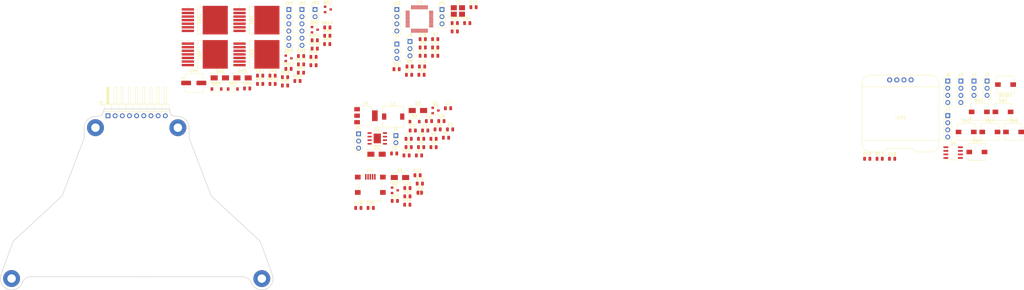
<source format=kicad_pcb>
(kicad_pcb (version 20171130) (host pcbnew "(5.1.5)-3")
  (layers (0 F.Cu signal) (31 B.Cu signal) (34 B.Paste user hide) (35 F.Paste user hide) (36 B.SilkS user) (37 F.SilkS user) (38 B.Mask user hide) (39 F.Mask user hide) (44 Edge.Cuts user))
  (net 0 "")
  (net 1 GND)
  (net 2 "Net-(C1-Pad1)")
  (net 3 /3.3V)
  (net 4 "/Power Supply/Vin")
  (net 5 "Net-(C6-Pad2)")
  (net 6 "Net-(C6-Pad1)")
  (net 7 /5V)
  (net 8 "Net-(C9-Pad1)")
  (net 9 "Net-(C10-Pad1)")
  (net 10 "Net-(C11-Pad2)")
  (net 11 "Net-(C12-Pad2)")
  (net 12 /RESET)
  (net 13 /3.3VDD)
  (net 14 /3.3VDA)
  (net 15 /USBDP)
  (net 16 /USBDM)
  (net 17 "Net-(C21-Pad2)")
  (net 18 "/Motor Driver+Extinguisher/VS")
  (net 19 /12V)
  (net 20 "Net-(D2-Pad2)")
  (net 21 "Net-(D4-Pad2)")
  (net 22 "Net-(DM1-Pad2)")
  (net 23 "Net-(DM2-Pad1)")
  (net 24 "Net-(DM4-Pad2)")
  (net 25 "Net-(FB2-Pad1)")
  (net 26 "Net-(FB5-Pad2)")
  (net 27 "Net-(J1-Pad2)")
  (net 28 /BUTTON4)
  (net 29 /BUTTON5)
  (net 30 /BUTTON6)
  (net 31 /BUTTON3)
  (net 32 /BUTTON2)
  (net 33 /BUTTON1)
  (net 34 /SDA)
  (net 35 /SCL)
  (net 36 /SERVO1)
  (net 37 /SERVO2)
  (net 38 /AIN2)
  (net 39 /AIN1)
  (net 40 /S3)
  (net 41 /S2)
  (net 42 /S1)
  (net 43 /PWM_LED)
  (net 44 /RX1)
  (net 45 /TX1)
  (net 46 "Net-(J11-Pad4)")
  (net 47 "Net-(J11-Pad3)")
  (net 48 "Net-(J11-Pad2)")
  (net 49 "Net-(JM1-Pad6)")
  (net 50 "Net-(JM1-Pad5)")
  (net 51 /ENC1_L)
  (net 52 /ENC2_L)
  (net 53 "Net-(JM3-Pad6)")
  (net 54 "Net-(JM3-Pad5)")
  (net 55 /ENC1_R)
  (net 56 /ENC2_R)
  (net 57 "Net-(JP1-Pad2)")
  (net 58 "Net-(JP2-Pad1)")
  (net 59 "Net-(Q2-Pad3)")
  (net 60 "Net-(Q2-Pad1)")
  (net 61 "Net-(QM1-Pad1)")
  (net 62 "Net-(R2-Pad1)")
  (net 63 "Net-(R4-Pad2)")
  (net 64 "Net-(R5-Pad2)")
  (net 65 /LED)
  (net 66 /BOOT1)
  (net 67 /BOOT0)
  (net 68 /DISC)
  (net 69 /PWML)
  (net 70 "Net-(RM1-Pad1)")
  (net 71 "Net-(RM2-Pad1)")
  (net 72 "Net-(RM3-Pad1)")
  (net 73 /PWM_EXT)
  (net 74 /DIRL)
  (net 75 "Net-(RM6-Pad1)")
  (net 76 "Net-(RM7-Pad1)")
  (net 77 "Net-(RM8-Pad1)")
  (net 78 /PWMR)
  (net 79 "Net-(RM10-Pad1)")
  (net 80 "Net-(RM11-Pad1)")
  (net 81 "Net-(RM12-Pad1)")
  (net 82 /DIRR)
  (net 83 "Net-(RM13-Pad1)")
  (net 84 "Net-(RM14-Pad1)")
  (net 85 "Net-(RM15-Pad1)")
  (net 86 "Net-(S1-Pad1)")
  (net 87 "Net-(U3-Pad34)")
  (net 88 "Net-(U3-Pad25)")
  (net 89 "Net-(U3-Pad18)")
  (net 90 "Net-(U3-Pad1)")
  (net 91 "Net-(U4-Pad3)")
  (net 92 "Net-(UM1-Pad6)")
  (net 93 "Net-(UM2-Pad6)")
  (net 94 "Net-(UM3-Pad6)")
  (net 95 "Net-(UM4-Pad6)")
  (module Inductor_SMD:L_7.3x7.3_H3.5 (layer F.Cu) (at 185.855001 105.280001)
    (fp_text reference L1 (at 0 -4.45) (layer F.SilkS))
    (fp_text value 10uH/4A)
    (pad 2 smd rect (at 3.2 0) (size 1.5 2.2) (layers F.Cu F.Paste F.Mask) (net 7 /5V))
    (pad 1 smd rect (at -3.2 0) (size 1.5 2.2) (layers F.Cu F.Paste F.Mask) (net 5 "Net-(C6-Pad2)"))
  )
  (module "Kicad Library:switch_slide_2.54" (layer F.Cu) (at 173.605001 111.430001)
    (fp_text reference S1 (at 0 -2.33) (layer F.SilkS))
    (fp_text value ON-OFF)
    (pad 1 thru_hole rect (at 0 0) (size 1.7 1.7) (drill 1) (layers *.Cu *.Mask) (net 86 "Net-(S1-Pad1)"))
    (pad 2 thru_hole oval (at 0 2.54) (size 1.7 1.7) (drill 1) (layers *.Cu *.Mask) (net 27 "Net-(J1-Pad2)"))
    (pad 3 thru_hole oval (at 0 5.08) (size 1.7 1.7) (drill 1) (layers *.Cu *.Mask) (net 19 /12V))
  )
  (module "Kicad Library:OLED_I2C_128x64" (layer F.Cu) (at 361.775 92.325)
    (fp_text reference LCD1 (at 3.9 13.3) (layer F.SilkS))
    (fp_text value LCD)
    (pad 4 thru_hole circle (at 7.62 -0.05 180) (size 1.778 1.778) (drill 1) (layers *.Cu *.Mask) (net 34 /SDA))
    (pad 3 thru_hole circle (at 5.08 -0.05 180) (size 1.778 1.778) (drill 1) (layers *.Cu *.Mask) (net 35 /SCL))
    (pad 2 thru_hole circle (at 2.54 -0.05 180) (size 1.778 1.778) (drill 1) (layers *.Cu *.Mask) (net 13 /3.3VDD))
    (pad 1 thru_hole circle (at 0 -0.05 270) (size 1.778 1.778) (drill 1) (layers *.Cu *.Mask) (net 1 GND))
    (pad "" np_thru_hole circle (at -7.4 23.6) (size 2 2) (drill 2) (layers *.Cu *.Mask))
    (pad "" np_thru_hole circle (at 15.1 23.6) (size 2 2) (drill 2) (layers *.Cu *.Mask))
  )
  (module Crystal:Crystal_SMD_3225-4Pin_3.2x2.5mm_HandSoldering (layer F.Cu) (at 208.795001 67.800001)
    (fp_text reference Y1 (at 0 -3.05) (layer F.SilkS))
    (fp_text value 8MHz/20pF)
    (pad 4 smd rect (at -1.45 -1.15) (size 2.1 1.8) (layers F.Cu F.Paste F.Mask) (net 1 GND))
    (pad 3 smd rect (at 1.45 -1.15) (size 2.1 1.8) (layers F.Cu F.Paste F.Mask) (net 10 "Net-(C11-Pad2)"))
    (pad 2 smd rect (at 1.45 1.15) (size 2.1 1.8) (layers F.Cu F.Paste F.Mask) (net 1 GND))
    (pad 1 smd rect (at -1.45 1.15) (size 2.1 1.8) (layers F.Cu F.Paste F.Mask) (net 11 "Net-(C12-Pad2)"))
  )
  (module "Kicad Library:Infineon-BTS7960B-Level_A" (layer F.Cu) (at 119.099999 71.050001)
    (fp_text reference UM4 (at -1.624999 1.174999 90) (layer F.SilkS) (effects (justify left)))
    (fp_text value BTS7960B hide)
    (pad 8 smd rect (at 3.700001 0 270) (size 10.15 8.9) (layers F.Cu F.Paste F.Mask) (net 54 "Net-(JM3-Pad5)"))
    (pad 7 smd rect (at -5.999998 3.81 270) (size 0.850001 4.349999) (layers F.Cu F.Paste F.Mask) (net 18 "/Motor Driver+Extinguisher/VS"))
    (pad 6 smd rect (at -5.999998 2.54 270) (size 0.850001 4.349999) (layers F.Cu F.Paste F.Mask) (net 95 "Net-(UM4-Pad6)"))
    (pad 5 smd rect (at -5.999998 1.27 270) (size 0.850001 4.349999) (layers F.Cu F.Paste F.Mask) (net 85 "Net-(RM15-Pad1)"))
    (pad 4 smd rect (at -5.999998 -0.000001 270) (size 0.850001 4.349999) (layers F.Cu F.Paste F.Mask) (net 54 "Net-(JM3-Pad5)"))
    (pad 3 smd rect (at -5.999998 -1.27 270) (size 0.850001 4.349999) (layers F.Cu F.Paste F.Mask) (net 84 "Net-(RM14-Pad1)"))
    (pad 2 smd rect (at -5.999998 -2.54 270) (size 0.850001 4.349999) (layers F.Cu F.Paste F.Mask) (net 83 "Net-(RM13-Pad1)"))
    (pad 1 smd rect (at -5.999998 -3.81 270) (size 0.850001 4.349999) (layers F.Cu F.Paste F.Mask) (net 1 GND))
  )
  (module "Kicad Library:Infineon-BTS7960B-Level_A" (layer F.Cu) (at 137.399999 83.200001)
    (fp_text reference UM3 (at -1.624999 1.574999 270) (layer F.SilkS) (effects (justify left)))
    (fp_text value BTS7960B hide)
    (pad 8 smd rect (at 3.700001 0 270) (size 10.15 8.9) (layers F.Cu F.Paste F.Mask) (net 53 "Net-(JM3-Pad6)"))
    (pad 7 smd rect (at -5.999998 3.81 270) (size 0.850001 4.349999) (layers F.Cu F.Paste F.Mask) (net 18 "/Motor Driver+Extinguisher/VS"))
    (pad 6 smd rect (at -5.999998 2.54 270) (size 0.850001 4.349999) (layers F.Cu F.Paste F.Mask) (net 94 "Net-(UM3-Pad6)"))
    (pad 5 smd rect (at -5.999998 1.27 270) (size 0.850001 4.349999) (layers F.Cu F.Paste F.Mask) (net 81 "Net-(RM12-Pad1)"))
    (pad 4 smd rect (at -5.999998 -0.000001 270) (size 0.850001 4.349999) (layers F.Cu F.Paste F.Mask) (net 53 "Net-(JM3-Pad6)"))
    (pad 3 smd rect (at -5.999998 -1.27 270) (size 0.850001 4.349999) (layers F.Cu F.Paste F.Mask) (net 80 "Net-(RM11-Pad1)"))
    (pad 2 smd rect (at -5.999998 -2.54 270) (size 0.850001 4.349999) (layers F.Cu F.Paste F.Mask) (net 79 "Net-(RM10-Pad1)"))
    (pad 1 smd rect (at -5.999998 -3.81 270) (size 0.850001 4.349999) (layers F.Cu F.Paste F.Mask) (net 1 GND))
  )
  (module "Kicad Library:Infineon-BTS7960B-Level_A" (layer F.Cu) (at 137.399999 71.050001)
    (fp_text reference UM2 (at -1.674999 1.599999 90) (layer F.SilkS) (effects (justify left)))
    (fp_text value BTS7960B hide)
    (pad 8 smd rect (at 3.700001 0 270) (size 10.15 8.9) (layers F.Cu F.Paste F.Mask) (net 49 "Net-(JM1-Pad6)"))
    (pad 7 smd rect (at -5.999998 3.81 270) (size 0.850001 4.349999) (layers F.Cu F.Paste F.Mask) (net 18 "/Motor Driver+Extinguisher/VS"))
    (pad 6 smd rect (at -5.999998 2.54 270) (size 0.850001 4.349999) (layers F.Cu F.Paste F.Mask) (net 93 "Net-(UM2-Pad6)"))
    (pad 5 smd rect (at -5.999998 1.27 270) (size 0.850001 4.349999) (layers F.Cu F.Paste F.Mask) (net 77 "Net-(RM8-Pad1)"))
    (pad 4 smd rect (at -5.999998 -0.000001 270) (size 0.850001 4.349999) (layers F.Cu F.Paste F.Mask) (net 49 "Net-(JM1-Pad6)"))
    (pad 3 smd rect (at -5.999998 -1.27 270) (size 0.850001 4.349999) (layers F.Cu F.Paste F.Mask) (net 76 "Net-(RM7-Pad1)"))
    (pad 2 smd rect (at -5.999998 -2.54 270) (size 0.850001 4.349999) (layers F.Cu F.Paste F.Mask) (net 75 "Net-(RM6-Pad1)"))
    (pad 1 smd rect (at -5.999998 -3.81 270) (size 0.850001 4.349999) (layers F.Cu F.Paste F.Mask) (net 1 GND))
  )
  (module "Kicad Library:Infineon-BTS7960B-Level_A" (layer F.Cu) (at 119.099999 83.200001)
    (fp_text reference UM1 (at -1.649999 1.674999 90) (layer F.SilkS) (effects (justify left)))
    (fp_text value BTS7960B hide)
    (pad 8 smd rect (at 3.700001 0 270) (size 10.15 8.9) (layers F.Cu F.Paste F.Mask) (net 50 "Net-(JM1-Pad5)"))
    (pad 7 smd rect (at -5.999998 3.81 270) (size 0.850001 4.349999) (layers F.Cu F.Paste F.Mask) (net 18 "/Motor Driver+Extinguisher/VS"))
    (pad 6 smd rect (at -5.999998 2.54 270) (size 0.850001 4.349999) (layers F.Cu F.Paste F.Mask) (net 92 "Net-(UM1-Pad6)"))
    (pad 5 smd rect (at -5.999998 1.27 270) (size 0.850001 4.349999) (layers F.Cu F.Paste F.Mask) (net 72 "Net-(RM3-Pad1)"))
    (pad 4 smd rect (at -5.999998 -0.000001 270) (size 0.850001 4.349999) (layers F.Cu F.Paste F.Mask) (net 50 "Net-(JM1-Pad5)"))
    (pad 3 smd rect (at -5.999998 -1.27 270) (size 0.850001 4.349999) (layers F.Cu F.Paste F.Mask) (net 71 "Net-(RM2-Pad1)"))
    (pad 2 smd rect (at -5.999998 -2.54 270) (size 0.850001 4.349999) (layers F.Cu F.Paste F.Mask) (net 70 "Net-(RM1-Pad1)"))
    (pad 1 smd rect (at -5.999998 -3.81 270) (size 0.850001 4.349999) (layers F.Cu F.Paste F.Mask) (net 1 GND))
  )
  (module Package_SO:SO-8_3.9x4.9mm_P1.27mm (layer F.Cu) (at 384.270001 118.080001)
    (fp_text reference U4 (at 0 -3.4) (layer F.SilkS))
    (fp_text value 24LC256)
    (pad 8 smd roundrect (at 2.575 -1.905) (size 1.75 0.6) (layers F.Cu F.Paste F.Mask) (net 13 /3.3VDD))
    (pad 7 smd roundrect (at 2.575 -0.635) (size 1.75 0.6) (layers F.Cu F.Paste F.Mask) (net 1 GND))
    (pad 6 smd roundrect (at 2.575 0.635) (size 1.75 0.6) (layers F.Cu F.Paste F.Mask) (net 35 /SCL))
    (pad 5 smd roundrect (at 2.575 1.905) (size 1.75 0.6) (layers F.Cu F.Paste F.Mask) (net 34 /SDA))
    (pad 4 smd roundrect (at -2.575 1.905) (size 1.75 0.6) (layers F.Cu F.Paste F.Mask) (net 1 GND))
    (pad 3 smd roundrect (at -2.575 0.635) (size 1.75 0.6) (layers F.Cu F.Paste F.Mask) (net 91 "Net-(U4-Pad3)"))
    (pad 2 smd roundrect (at -2.575 -0.635) (size 1.75 0.6) (layers F.Cu F.Paste F.Mask) (net 1 GND))
    (pad 1 smd roundrect (at -2.575 -1.905) (size 1.75 0.6) (layers F.Cu F.Paste F.Mask) (net 1 GND))
  )
  (module Package_QFP:LQFP-48_7x7mm_P0.5mm (layer F.Cu) (at 195.145001 70.650001)
    (fp_text reference U3 (at 0 -5.85) (layer F.SilkS))
    (fp_text value STM32F103CBTx)
    (pad 48 smd roundrect (at -2.75 -4.1625) (size 0.3 1.475) (layers F.Cu F.Paste F.Mask) (net 13 /3.3VDD))
    (pad 47 smd roundrect (at -2.25 -4.1625) (size 0.3 1.475) (layers F.Cu F.Paste F.Mask) (net 1 GND))
    (pad 46 smd roundrect (at -1.75 -4.1625) (size 0.3 1.475) (layers F.Cu F.Paste F.Mask) (net 68 /DISC))
    (pad 45 smd roundrect (at -1.25 -4.1625) (size 0.3 1.475) (layers F.Cu F.Paste F.Mask) (net 82 /DIRR))
    (pad 44 smd roundrect (at -0.75 -4.1625) (size 0.3 1.475) (layers F.Cu F.Paste F.Mask) (net 67 /BOOT0))
    (pad 43 smd roundrect (at -0.25 -4.1625) (size 0.3 1.475) (layers F.Cu F.Paste F.Mask) (net 78 /PWMR))
    (pad 42 smd roundrect (at 0.25 -4.1625) (size 0.3 1.475) (layers F.Cu F.Paste F.Mask) (net 69 /PWML))
    (pad 41 smd roundrect (at 0.75 -4.1625) (size 0.3 1.475) (layers F.Cu F.Paste F.Mask) (net 74 /DIRL))
    (pad 40 smd roundrect (at 1.25 -4.1625) (size 0.3 1.475) (layers F.Cu F.Paste F.Mask) (net 55 /ENC1_R))
    (pad 39 smd roundrect (at 1.75 -4.1625) (size 0.3 1.475) (layers F.Cu F.Paste F.Mask) (net 56 /ENC2_R))
    (pad 38 smd roundrect (at 2.25 -4.1625) (size 0.3 1.475) (layers F.Cu F.Paste F.Mask) (net 51 /ENC1_L))
    (pad 37 smd roundrect (at 2.75 -4.1625) (size 0.3 1.475) (layers F.Cu F.Paste F.Mask) (net 52 /ENC2_L))
    (pad 36 smd roundrect (at 4.1625 -2.75) (size 1.475 0.3) (layers F.Cu F.Paste F.Mask) (net 13 /3.3VDD))
    (pad 35 smd roundrect (at 4.1625 -2.25) (size 1.475 0.3) (layers F.Cu F.Paste F.Mask) (net 1 GND))
    (pad 34 smd roundrect (at 4.1625 -1.75) (size 1.475 0.3) (layers F.Cu F.Paste F.Mask) (net 87 "Net-(U3-Pad34)"))
    (pad 33 smd roundrect (at 4.1625 -1.25) (size 1.475 0.3) (layers F.Cu F.Paste F.Mask) (net 15 /USBDP))
    (pad 32 smd roundrect (at 4.1625 -0.75) (size 1.475 0.3) (layers F.Cu F.Paste F.Mask) (net 16 /USBDM))
    (pad 31 smd roundrect (at 4.1625 -0.25) (size 1.475 0.3) (layers F.Cu F.Paste F.Mask) (net 44 /RX1))
    (pad 30 smd roundrect (at 4.1625 0.25) (size 1.475 0.3) (layers F.Cu F.Paste F.Mask) (net 45 /TX1))
    (pad 29 smd roundrect (at 4.1625 0.75) (size 1.475 0.3) (layers F.Cu F.Paste F.Mask) (net 73 /PWM_EXT))
    (pad 28 smd roundrect (at 4.1625 1.25) (size 1.475 0.3) (layers F.Cu F.Paste F.Mask) (net 30 /BUTTON6))
    (pad 27 smd roundrect (at 4.1625 1.75) (size 1.475 0.3) (layers F.Cu F.Paste F.Mask) (net 29 /BUTTON5))
    (pad 26 smd roundrect (at 4.1625 2.25) (size 1.475 0.3) (layers F.Cu F.Paste F.Mask) (net 28 /BUTTON4))
    (pad 25 smd roundrect (at 4.1625 2.75) (size 1.475 0.3) (layers F.Cu F.Paste F.Mask) (net 88 "Net-(U3-Pad25)"))
    (pad 24 smd roundrect (at 2.75 4.1625) (size 0.3 1.475) (layers F.Cu F.Paste F.Mask) (net 13 /3.3VDD))
    (pad 23 smd roundrect (at 2.25 4.1625) (size 0.3 1.475) (layers F.Cu F.Paste F.Mask) (net 1 GND))
    (pad 22 smd roundrect (at 1.75 4.1625) (size 0.3 1.475) (layers F.Cu F.Paste F.Mask) (net 34 /SDA))
    (pad 21 smd roundrect (at 1.25 4.1625) (size 0.3 1.475) (layers F.Cu F.Paste F.Mask) (net 35 /SCL))
    (pad 20 smd roundrect (at 0.75 4.1625) (size 0.3 1.475) (layers F.Cu F.Paste F.Mask) (net 66 /BOOT1))
    (pad 19 smd roundrect (at 0.25 4.1625) (size 0.3 1.475) (layers F.Cu F.Paste F.Mask) (net 65 /LED))
    (pad 18 smd roundrect (at -0.25 4.1625) (size 0.3 1.475) (layers F.Cu F.Paste F.Mask) (net 89 "Net-(U3-Pad18)"))
    (pad 17 smd roundrect (at -0.75 4.1625) (size 0.3 1.475) (layers F.Cu F.Paste F.Mask) (net 37 /SERVO2))
    (pad 16 smd roundrect (at -1.25 4.1625) (size 0.3 1.475) (layers F.Cu F.Paste F.Mask) (net 36 /SERVO1))
    (pad 15 smd roundrect (at -1.75 4.1625) (size 0.3 1.475) (layers F.Cu F.Paste F.Mask) (net 38 /AIN2))
    (pad 14 smd roundrect (at -2.25 4.1625) (size 0.3 1.475) (layers F.Cu F.Paste F.Mask) (net 39 /AIN1))
    (pad 13 smd roundrect (at -2.75 4.1625) (size 0.3 1.475) (layers F.Cu F.Paste F.Mask) (net 40 /S3))
    (pad 12 smd roundrect (at -4.1625 2.75) (size 1.475 0.3) (layers F.Cu F.Paste F.Mask) (net 41 /S2))
    (pad 11 smd roundrect (at -4.1625 2.25) (size 1.475 0.3) (layers F.Cu F.Paste F.Mask) (net 42 /S1))
    (pad 10 smd roundrect (at -4.1625 1.75) (size 1.475 0.3) (layers F.Cu F.Paste F.Mask) (net 43 /PWM_LED))
    (pad 9 smd roundrect (at -4.1625 1.25) (size 1.475 0.3) (layers F.Cu F.Paste F.Mask) (net 14 /3.3VDA))
    (pad 8 smd roundrect (at -4.1625 0.75) (size 1.475 0.3) (layers F.Cu F.Paste F.Mask) (net 1 GND))
    (pad 7 smd roundrect (at -4.1625 0.25) (size 1.475 0.3) (layers F.Cu F.Paste F.Mask) (net 12 /RESET))
    (pad 6 smd roundrect (at -4.1625 -0.25) (size 1.475 0.3) (layers F.Cu F.Paste F.Mask) (net 10 "Net-(C11-Pad2)"))
    (pad 5 smd roundrect (at -4.1625 -0.75) (size 1.475 0.3) (layers F.Cu F.Paste F.Mask) (net 11 "Net-(C12-Pad2)"))
    (pad 4 smd roundrect (at -4.1625 -1.25) (size 1.475 0.3) (layers F.Cu F.Paste F.Mask) (net 33 /BUTTON1))
    (pad 3 smd roundrect (at -4.1625 -1.75) (size 1.475 0.3) (layers F.Cu F.Paste F.Mask) (net 32 /BUTTON2))
    (pad 2 smd roundrect (at -4.1625 -2.25) (size 1.475 0.3) (layers F.Cu F.Paste F.Mask) (net 31 /BUTTON3))
    (pad 1 smd roundrect (at -4.1625 -2.75) (size 1.475 0.3) (layers F.Cu F.Paste F.Mask) (net 90 "Net-(U3-Pad1)"))
  )
  (module "Kicad Library:MP2307" (layer F.Cu) (at 180.209 113.037101)
    (fp_text reference U2 (at 0 -3.537101) (layer F.SilkS))
    (fp_text value MP2307 hide)
    (pad EPAD smd rect (at 0 0) (size 2.5654 3.4544) (layers F.Cu F.Paste F.Mask) (net 1 GND))
    (pad 8 smd rect (at 2.721348 -1.905) (size 1.454899 0.558) (layers F.Cu F.Paste F.Mask) (net 8 "Net-(C9-Pad1)"))
    (pad 7 smd rect (at 2.721348 -0.635) (size 1.454899 0.558) (layers F.Cu F.Paste F.Mask) (net 62 "Net-(R2-Pad1)"))
    (pad 6 smd rect (at 2.721348 0.635) (size 1.454899 0.558) (layers F.Cu F.Paste F.Mask) (net 63 "Net-(R4-Pad2)"))
    (pad 5 smd rect (at 2.721348 1.905) (size 1.454899 0.558) (layers F.Cu F.Paste F.Mask) (net 64 "Net-(R5-Pad2)"))
    (pad 4 smd rect (at -2.721348 1.905) (size 1.454899 0.558) (layers F.Cu F.Paste F.Mask) (net 1 GND))
    (pad 3 smd rect (at -2.721348 0.635) (size 1.454899 0.558) (layers F.Cu F.Paste F.Mask) (net 5 "Net-(C6-Pad2)"))
    (pad 2 smd rect (at -2.721348 -0.635) (size 1.454899 0.558) (layers F.Cu F.Paste F.Mask) (net 4 "/Power Supply/Vin"))
    (pad 1 smd rect (at -2.721348 -1.905) (size 1.454899 0.558) (layers F.Cu F.Paste F.Mask) (net 6 "Net-(C6-Pad1)"))
  )
  (module Package_TO_SOT_SMD:SOT-223-3_TabPin2 (layer F.Cu) (at 176.205001 104.980001)
    (fp_text reference U1 (at 0 -4.5) (layer F.SilkS))
    (fp_text value LD1117S33TR)
    (pad 1 smd rect (at -3.15 -2.3) (size 2 1.5) (layers F.Cu F.Paste F.Mask) (net 1 GND))
    (pad 3 smd rect (at -3.15 2.3) (size 2 1.5) (layers F.Cu F.Paste F.Mask) (net 2 "Net-(C1-Pad1)"))
    (pad 2 smd rect (at -3.15 0) (size 2 1.5) (layers F.Cu F.Paste F.Mask) (net 3 /3.3V))
    (pad 2 smd rect (at 3.15 0) (size 2 3.8) (layers F.Cu F.Paste F.Mask) (net 3 /3.3V))
  )
  (module "Kicad Library:Push_button_silicon_mute" (layer F.Cu) (at 405.695 110.735001)
    (fp_text reference SW6 (at 0 -4) (layer F.SilkS))
    (fp_text value B6)
    (pad 1 smd rect (at -2.7 0) (size 2 1.6) (layers F.Cu F.Paste F.Mask) (net 30 /BUTTON6))
    (pad 2 smd rect (at 2.7 0) (size 2 1.6) (layers F.Cu F.Paste F.Mask) (net 1 GND))
  )
  (module "Kicad Library:Push_button_silicon_mute" (layer F.Cu) (at 392.695 117.855001)
    (fp_text reference SW5 (at 0 -4) (layer F.SilkS))
    (fp_text value B5)
    (pad 1 smd rect (at -2.7 0) (size 2 1.6) (layers F.Cu F.Paste F.Mask) (net 29 /BUTTON5))
    (pad 2 smd rect (at 2.7 0) (size 2 1.6) (layers F.Cu F.Paste F.Mask) (net 1 GND))
  )
  (module "Kicad Library:Push_button_silicon_mute" (layer F.Cu) (at 397.295 110.735001)
    (fp_text reference SW4 (at 0 -4) (layer F.SilkS))
    (fp_text value B4)
    (pad 1 smd rect (at -2.7 0) (size 2 1.6) (layers F.Cu F.Paste F.Mask) (net 28 /BUTTON4))
    (pad 2 smd rect (at 2.7 0) (size 2 1.6) (layers F.Cu F.Paste F.Mask) (net 1 GND))
  )
  (module "Kicad Library:Push_button_silicon_mute" (layer F.Cu) (at 388.895 110.735001)
    (fp_text reference SW3 (at 0 -4) (layer F.SilkS))
    (fp_text value B3)
    (pad 1 smd rect (at -2.7 0) (size 2 1.6) (layers F.Cu F.Paste F.Mask) (net 1 GND))
    (pad 2 smd rect (at 2.7 0) (size 2 1.6) (layers F.Cu F.Paste F.Mask) (net 31 /BUTTON3))
  )
  (module "Kicad Library:Push_button_silicon_mute" (layer F.Cu) (at 401.945 103.615001)
    (fp_text reference SW2 (at 0 -4) (layer F.SilkS))
    (fp_text value B2)
    (pad 1 smd rect (at -2.7 0) (size 2 1.6) (layers F.Cu F.Paste F.Mask) (net 1 GND))
    (pad 2 smd rect (at 2.7 0) (size 2 1.6) (layers F.Cu F.Paste F.Mask) (net 32 /BUTTON2))
  )
  (module "Kicad Library:Push_button_silicon_mute" (layer F.Cu) (at 393.545 103.615001)
    (fp_text reference SW1 (at 0 -4) (layer F.SilkS))
    (fp_text value B1)
    (pad 1 smd rect (at -2.7 0) (size 2 1.6) (layers F.Cu F.Paste F.Mask) (net 1 GND))
    (pad 2 smd rect (at 2.7 0) (size 2 1.6) (layers F.Cu F.Paste F.Mask) (net 33 /BUTTON1))
  )
  (module Resistor_SMD:R_0805_2012Metric (layer F.Cu) (at 162.505001 73.650001)
    (fp_text reference RM15 (at 0 -1.65) (layer F.SilkS))
    (fp_text value SR)
    (pad 2 smd roundrect (at 0.9375 0) (size 0.975 1.4) (layers F.Cu F.Paste F.Mask) (net 1 GND))
    (pad 1 smd roundrect (at -0.9375 0) (size 0.975 1.4) (layers F.Cu F.Paste F.Mask) (net 85 "Net-(RM15-Pad1)"))
  )
  (module Resistor_SMD:R_0805_2012Metric (layer F.Cu) (at 158.055001 78.200001)
    (fp_text reference RM14 (at 0 -1.65) (layer F.SilkS))
    (fp_text value 10K)
    (pad 2 smd roundrect (at 0.9375 0) (size 0.975 1.4) (layers F.Cu F.Paste F.Mask) (net 13 /3.3VDD))
    (pad 1 smd roundrect (at -0.9375 0) (size 0.975 1.4) (layers F.Cu F.Paste F.Mask) (net 84 "Net-(RM14-Pad1)"))
  )
  (module Resistor_SMD:R_0805_2012Metric (layer F.Cu) (at 143.115001 93.700001)
    (fp_text reference RM13 (at 0 -1.65) (layer F.SilkS))
    (fp_text value 10K)
    (pad 2 smd roundrect (at 0.9375 0) (size 0.975 1.4) (layers F.Cu F.Paste F.Mask) (net 82 /DIRR))
    (pad 1 smd roundrect (at -0.9375 0) (size 0.975 1.4) (layers F.Cu F.Paste F.Mask) (net 83 "Net-(RM13-Pad1)"))
  )
  (module Resistor_SMD:R_0805_2012Metric (layer F.Cu) (at 148.755001 88.350001)
    (fp_text reference RM12 (at 0 -1.65) (layer F.SilkS))
    (fp_text value SR)
    (pad 2 smd roundrect (at 0.9375 0) (size 0.975 1.4) (layers F.Cu F.Paste F.Mask) (net 1 GND))
    (pad 1 smd roundrect (at -0.9375 0) (size 0.975 1.4) (layers F.Cu F.Paste F.Mask) (net 81 "Net-(RM12-Pad1)"))
  )
  (module Resistor_SMD:R_0805_2012Metric (layer F.Cu) (at 153.205001 86.750001)
    (fp_text reference RM11 (at 0 -1.65) (layer F.SilkS))
    (fp_text value 10K)
    (pad 2 smd roundrect (at 0.9375 0) (size 0.975 1.4) (layers F.Cu F.Paste F.Mask) (net 13 /3.3VDD))
    (pad 1 smd roundrect (at -0.9375 0) (size 0.975 1.4) (layers F.Cu F.Paste F.Mask) (net 80 "Net-(RM11-Pad1)"))
  )
  (module Resistor_SMD:R_0805_2012Metric (layer F.Cu) (at 158.055001 81.150001)
    (fp_text reference RM10 (at 0 -1.65) (layer F.SilkS))
    (fp_text value 10K)
    (pad 2 smd roundrect (at 0.9375 0) (size 0.975 1.4) (layers F.Cu F.Paste F.Mask) (net 78 /PWMR))
    (pad 1 smd roundrect (at -0.9375 0) (size 0.975 1.4) (layers F.Cu F.Paste F.Mask) (net 79 "Net-(RM10-Pad1)"))
  )
  (module Resistor_SMD:R_0805_2012Metric (layer F.Cu) (at 162.505001 76.600001)
    (fp_text reference RM9 (at 0 -1.65) (layer F.SilkS))
    (fp_text value 10K)
    (pad 2 smd roundrect (at 0.9375 0) (size 0.975 1.4) (layers F.Cu F.Paste F.Mask) (net 24 "Net-(DM4-Pad2)"))
    (pad 1 smd roundrect (at -0.9375 0) (size 0.975 1.4) (layers F.Cu F.Paste F.Mask) (net 1 GND))
  )
  (module Resistor_SMD:R_0805_2012Metric (layer F.Cu) (at 147.525001 91.300001)
    (fp_text reference RM8 (at 0 -1.65) (layer F.SilkS))
    (fp_text value SR)
    (pad 2 smd roundrect (at 0.9375 0) (size 0.975 1.4) (layers F.Cu F.Paste F.Mask) (net 1 GND))
    (pad 1 smd roundrect (at -0.9375 0) (size 0.975 1.4) (layers F.Cu F.Paste F.Mask) (net 77 "Net-(RM8-Pad1)"))
  )
  (module Resistor_SMD:R_0805_2012Metric (layer F.Cu) (at 153.165001 89.700001)
    (fp_text reference RM7 (at 0 -1.65) (layer F.SilkS))
    (fp_text value 10K)
    (pad 2 smd roundrect (at 0.9375 0) (size 0.975 1.4) (layers F.Cu F.Paste F.Mask) (net 13 /3.3VDD))
    (pad 1 smd roundrect (at -0.9375 0) (size 0.975 1.4) (layers F.Cu F.Paste F.Mask) (net 76 "Net-(RM7-Pad1)"))
  )
  (module Resistor_SMD:R_0805_2012Metric (layer F.Cu) (at 147.525001 94.250001)
    (fp_text reference RM6 (at 0 -1.65) (layer F.SilkS))
    (fp_text value 10K)
    (pad 2 smd roundrect (at 0.9375 0) (size 0.975 1.4) (layers F.Cu F.Paste F.Mask) (net 74 /DIRL))
    (pad 1 smd roundrect (at -0.9375 0) (size 0.975 1.4) (layers F.Cu F.Paste F.Mask) (net 75 "Net-(RM6-Pad1)"))
  )
  (module Resistor_SMD:R_0805_2012Metric (layer F.Cu) (at 162.465001 79.550001)
    (fp_text reference RM5 (at 0 -1.65) (layer F.SilkS))
    (fp_text value 10K)
    (pad 2 smd roundrect (at 0.9375 0) (size 0.975 1.4) (layers F.Cu F.Paste F.Mask) (net 18 "/Motor Driver+Extinguisher/VS"))
    (pad 1 smd roundrect (at -0.9375 0) (size 0.975 1.4) (layers F.Cu F.Paste F.Mask) (net 22 "Net-(DM1-Pad2)"))
  )
  (module Resistor_SMD:R_0805_2012Metric (layer F.Cu) (at 157.615001 84.100001)
    (fp_text reference RM4 (at 0 -1.65) (layer F.SilkS))
    (fp_text value 10K)
    (pad 2 smd roundrect (at 0.9375 0) (size 0.975 1.4) (layers F.Cu F.Paste F.Mask) (net 73 /PWM_EXT))
    (pad 1 smd roundrect (at -0.9375 0) (size 0.975 1.4) (layers F.Cu F.Paste F.Mask) (net 61 "Net-(QM1-Pad1)"))
  )
  (module Resistor_SMD:R_0805_2012Metric (layer F.Cu) (at 151.935001 92.650001)
    (fp_text reference RM3 (at 0 -1.65) (layer F.SilkS))
    (fp_text value SR)
    (pad 2 smd roundrect (at 0.9375 0) (size 0.975 1.4) (layers F.Cu F.Paste F.Mask) (net 1 GND))
    (pad 1 smd roundrect (at -0.9375 0) (size 0.975 1.4) (layers F.Cu F.Paste F.Mask) (net 72 "Net-(RM3-Pad1)"))
  )
  (module Resistor_SMD:R_0805_2012Metric (layer F.Cu) (at 157.615001 87.050001)
    (fp_text reference RM2 (at 0 -1.65) (layer F.SilkS))
    (fp_text value 10K)
    (pad 2 smd roundrect (at 0.9375 0) (size 0.975 1.4) (layers F.Cu F.Paste F.Mask) (net 13 /3.3VDD))
    (pad 1 smd roundrect (at -0.9375 0) (size 0.975 1.4) (layers F.Cu F.Paste F.Mask) (net 71 "Net-(RM2-Pad1)"))
  )
  (module Resistor_SMD:R_0805_2012Metric (layer F.Cu) (at 138.705001 93.700001)
    (fp_text reference RM1 (at 0 -1.65) (layer F.SilkS))
    (fp_text value 10K)
    (pad 2 smd roundrect (at 0.9375 0) (size 0.975 1.4) (layers F.Cu F.Paste F.Mask) (net 69 /PWML))
    (pad 1 smd roundrect (at -0.9375 0) (size 0.975 1.4) (layers F.Cu F.Paste F.Mask) (net 70 "Net-(RM1-Pad1)"))
  )
  (module "Kicad Library:Push_button_silicon_mute" (layer F.Cu) (at 402.845 93.915001)
    (fp_text reference RESET1 hide)
    (fp_text value RESET (at 0 4) (layer F.SilkS))
    (pad 1 smd rect (at -2.7 0) (size 2 1.6) (layers F.Cu F.Paste F.Mask) (net 1 GND))
    (pad 2 smd rect (at 2.7 0) (size 2 1.6) (layers F.Cu F.Paste F.Mask) (net 12 /RESET))
  )
  (module Resistor_SMD:R_0805_2012Metric (layer F.Cu) (at 190.845001 136.560001)
    (fp_text reference R16 (at 0 -1.65) (layer F.SilkS))
    (fp_text value 0-22)
    (pad 2 smd roundrect (at 0.9375 0) (size 0.975 1.4) (layers F.Cu F.Paste F.Mask) (net 48 "Net-(J11-Pad2)"))
    (pad 1 smd roundrect (at -0.9375 0) (size 0.975 1.4) (layers F.Cu F.Paste F.Mask) (net 16 /USBDM))
  )
  (module Resistor_SMD:R_0805_2012Metric (layer F.Cu) (at 195.295001 129.060001)
    (fp_text reference R15 (at 0 -1.65) (layer F.SilkS))
    (fp_text value 0-22)
    (pad 2 smd roundrect (at 0.9375 0) (size 0.975 1.4) (layers F.Cu F.Paste F.Mask) (net 47 "Net-(J11-Pad3)"))
    (pad 1 smd roundrect (at -0.9375 0) (size 0.975 1.4) (layers F.Cu F.Paste F.Mask) (net 15 /USBDP))
  )
  (module Resistor_SMD:R_0805_2012Metric (layer F.Cu) (at 190.885001 133.610001)
    (fp_text reference R14 (at 0 -1.65) (layer F.SilkS))
    (fp_text value 1K5)
    (pad 2 smd roundrect (at 0.9375 0) (size 0.975 1.4) (layers F.Cu F.Paste F.Mask) (net 58 "Net-(JP2-Pad1)"))
    (pad 1 smd roundrect (at -0.9375 0) (size 0.975 1.4) (layers F.Cu F.Paste F.Mask) (net 59 "Net-(Q2-Pad3)"))
  )
  (module Resistor_SMD:R_0805_2012Metric (layer F.Cu) (at 186.435001 135.210001)
    (fp_text reference R13 (at 0 -1.65) (layer F.SilkS))
    (fp_text value 1K)
    (pad 2 smd roundrect (at 0.9375 0) (size 0.975 1.4) (layers F.Cu F.Paste F.Mask) (net 68 /DISC))
    (pad 1 smd roundrect (at -0.9375 0) (size 0.975 1.4) (layers F.Cu F.Paste F.Mask) (net 60 "Net-(Q2-Pad1)"))
  )
  (module Resistor_SMD:R_0805_2012Metric (layer F.Cu) (at 207.675001 72.100001)
    (fp_text reference R12 (at 0 -1.65) (layer F.SilkS))
    (fp_text value 10K)
    (pad 2 smd roundrect (at 0.9375 0) (size 0.975 1.4) (layers F.Cu F.Paste F.Mask) (net 67 /BOOT0))
    (pad 1 smd roundrect (at -0.9375 0) (size 0.975 1.4) (layers F.Cu F.Paste F.Mask) (net 57 "Net-(JP1-Pad2)"))
  )
  (module Resistor_SMD:R_0805_2012Metric (layer F.Cu) (at 358.240001 120.250001)
    (fp_text reference R11 (at 0 -1.65) (layer F.SilkS))
    (fp_text value 2K2)
    (pad 2 smd roundrect (at 0.9375 0) (size 0.975 1.4) (layers F.Cu F.Paste F.Mask) (net 35 /SCL))
    (pad 1 smd roundrect (at -0.9375 0) (size 0.975 1.4) (layers F.Cu F.Paste F.Mask) (net 13 /3.3VDD))
  )
  (module Resistor_SMD:R_0805_2012Metric (layer F.Cu) (at 353.830001 120.250001)
    (fp_text reference R10 (at 0 -1.65) (layer F.SilkS))
    (fp_text value 2K2)
    (pad 2 smd roundrect (at 0.9375 0) (size 0.975 1.4) (layers F.Cu F.Paste F.Mask) (net 34 /SDA))
    (pad 1 smd roundrect (at -0.9375 0) (size 0.975 1.4) (layers F.Cu F.Paste F.Mask) (net 13 /3.3VDD))
  )
  (module Resistor_SMD:R_0805_2012Metric (layer F.Cu) (at 196.325001 80.750001)
    (fp_text reference R9 (at 0 -1.65) (layer F.SilkS))
    (fp_text value 10K)
    (pad 2 smd roundrect (at 0.9375 0) (size 0.975 1.4) (layers F.Cu F.Paste F.Mask) (net 12 /RESET))
    (pad 1 smd roundrect (at -0.9375 0) (size 0.975 1.4) (layers F.Cu F.Paste F.Mask) (net 13 /3.3VDD))
  )
  (module Resistor_SMD:R_0805_2012Metric (layer F.Cu) (at 191.675001 87.500001)
    (fp_text reference R8 (at 0 -1.65) (layer F.SilkS))
    (fp_text value 10K)
    (pad 2 smd roundrect (at 0.9375 0) (size 0.975 1.4) (layers F.Cu F.Paste F.Mask) (net 1 GND))
    (pad 1 smd roundrect (at -0.9375 0) (size 0.975 1.4) (layers F.Cu F.Paste F.Mask) (net 66 /BOOT1))
  )
  (module Resistor_SMD:R_0805_2012Metric (layer F.Cu) (at 200.735001 77.800001)
    (fp_text reference R7 (at 0 -1.65) (layer F.SilkS))
    (fp_text value 330)
    (pad 2 smd roundrect (at 0.9375 0) (size 0.975 1.4) (layers F.Cu F.Paste F.Mask) (net 21 "Net-(D4-Pad2)"))
    (pad 1 smd roundrect (at -0.9375 0) (size 0.975 1.4) (layers F.Cu F.Paste F.Mask) (net 65 /LED))
  )
  (module Resistor_SMD:R_0805_2012Metric (layer F.Cu) (at 195.745001 116.130001)
    (fp_text reference R6 (at 0 -1.65) (layer F.SilkS))
    (fp_text value 10K)
    (pad 2 smd roundrect (at 0.9375 0) (size 0.975 1.4) (layers F.Cu F.Paste F.Mask) (net 7 /5V))
    (pad 1 smd roundrect (at -0.9375 0) (size 0.975 1.4) (layers F.Cu F.Paste F.Mask) (net 64 "Net-(R5-Pad2)"))
  )
  (module Resistor_SMD:R_0805_2012Metric (layer F.Cu) (at 200.155001 113.180001)
    (fp_text reference R5 (at 0 -1.65) (layer F.SilkS))
    (fp_text value 2K2)
    (pad 2 smd roundrect (at 0.9375 0) (size 0.975 1.4) (layers F.Cu F.Paste F.Mask) (net 64 "Net-(R5-Pad2)"))
    (pad 1 smd roundrect (at -0.9375 0) (size 0.975 1.4) (layers F.Cu F.Paste F.Mask) (net 1 GND))
  )
  (module Resistor_SMD:R_0805_2012Metric (layer F.Cu) (at 195.005001 119.080001)
    (fp_text reference R4 (at 0 -1.65) (layer F.SilkS))
    (fp_text value 6K8)
    (pad 2 smd roundrect (at 0.9375 0) (size 0.975 1.4) (layers F.Cu F.Paste F.Mask) (net 63 "Net-(R4-Pad2)"))
    (pad 1 smd roundrect (at -0.9375 0) (size 0.975 1.4) (layers F.Cu F.Paste F.Mask) (net 9 "Net-(C10-Pad1)"))
  )
  (module Resistor_SMD:R_0805_2012Metric (layer F.Cu) (at 206.015001 109.830001)
    (fp_text reference R3 (at 0 -1.65) (layer F.SilkS))
    (fp_text value 33K)
    (pad 2 smd roundrect (at 0.9375 0) (size 0.975 1.4) (layers F.Cu F.Paste F.Mask) (net 62 "Net-(R2-Pad1)"))
    (pad 1 smd roundrect (at -0.9375 0) (size 0.975 1.4) (layers F.Cu F.Paste F.Mask) (net 1 GND))
  )
  (module Resistor_SMD:R_0805_2012Metric (layer F.Cu) (at 200.155001 116.130001)
    (fp_text reference R2 (at 0 -1.65) (layer F.SilkS))
    (fp_text value 100K)
    (pad 2 smd roundrect (at 0.9375 0) (size 0.975 1.4) (layers F.Cu F.Paste F.Mask) (net 4 "/Power Supply/Vin"))
    (pad 1 smd roundrect (at -0.9375 0) (size 0.975 1.4) (layers F.Cu F.Paste F.Mask) (net 62 "Net-(R2-Pad1)"))
  )
  (module Resistor_SMD:R_0805_2012Metric (layer F.Cu) (at 204.565001 112.780001)
    (fp_text reference R1 (at 0 -1.65) (layer F.SilkS))
    (fp_text value 10K)
    (pad 2 smd roundrect (at 0.9375 0) (size 0.975 1.4) (layers F.Cu F.Paste F.Mask) (net 20 "Net-(D2-Pad2)"))
    (pad 1 smd roundrect (at -0.9375 0) (size 0.975 1.4) (layers F.Cu F.Paste F.Mask) (net 1 GND))
  )
  (module Package_TO_SOT_SMD:SOT-23 (layer F.Cu) (at 148.775001 84.600001)
    (fp_text reference QM3 (at 0 -2.5) (layer F.SilkS))
    (fp_text value AO3401)
    (pad 3 smd rect (at 1 0) (size 0.9 0.8) (layers F.Cu F.Paste F.Mask) (net 19 /12V))
    (pad 2 smd rect (at -1 0.95) (size 0.9 0.8) (layers F.Cu F.Paste F.Mask) (net 18 "/Motor Driver+Extinguisher/VS"))
    (pad 1 smd rect (at -1 -0.95) (size 0.9 0.8) (layers F.Cu F.Paste F.Mask) (net 24 "Net-(DM4-Pad2)"))
  )
  (module Package_TO_SOT_SMD:SOT-23 (layer F.Cu) (at 162.725001 67.250001)
    (fp_text reference QM2 (at 0 -2.5) (layer F.SilkS))
    (fp_text value AO3401)
    (pad 3 smd rect (at 1 0) (size 0.9 0.8) (layers F.Cu F.Paste F.Mask) (net 23 "Net-(DM2-Pad1)"))
    (pad 2 smd rect (at -1 0.95) (size 0.9 0.8) (layers F.Cu F.Paste F.Mask) (net 18 "/Motor Driver+Extinguisher/VS"))
    (pad 1 smd rect (at -1 -0.95) (size 0.9 0.8) (layers F.Cu F.Paste F.Mask) (net 22 "Net-(DM1-Pad2)"))
  )
  (module Package_TO_SOT_SMD:SOT-23 (layer F.Cu) (at 158.075001 74.450001)
    (fp_text reference QM1 (at 0 -2.5) (layer F.SilkS))
    (fp_text value MMBT3904)
    (pad 3 smd rect (at 1 0) (size 0.9 0.8) (layers F.Cu F.Paste F.Mask) (net 22 "Net-(DM1-Pad2)"))
    (pad 2 smd rect (at -1 0.95) (size 0.9 0.8) (layers F.Cu F.Paste F.Mask) (net 1 GND))
    (pad 1 smd rect (at -1 -0.95) (size 0.9 0.8) (layers F.Cu F.Paste F.Mask) (net 61 "Net-(QM1-Pad1)"))
  )
  (module Package_TO_SOT_SMD:SOT-23 (layer F.Cu) (at 186.455001 131.460001)
    (fp_text reference Q2 (at 0 -2.5) (layer F.SilkS))
    (fp_text value MMBT3906)
    (pad 3 smd rect (at 1 0) (size 0.9 0.8) (layers F.Cu F.Paste F.Mask) (net 59 "Net-(Q2-Pad3)"))
    (pad 2 smd rect (at -1 0.95) (size 0.9 0.8) (layers F.Cu F.Paste F.Mask) (net 13 /3.3VDD))
    (pad 1 smd rect (at -1 -0.95) (size 0.9 0.8) (layers F.Cu F.Paste F.Mask) (net 60 "Net-(Q2-Pad1)"))
  )
  (module Package_TO_SOT_SMD:SOT-23 (layer F.Cu) (at 200.855001 103.130001)
    (fp_text reference Q1 (at 0 -2.5) (layer F.SilkS))
    (fp_text value AO3401)
    (pad 3 smd rect (at 1 0) (size 0.9 0.8) (layers F.Cu F.Paste F.Mask) (net 19 /12V))
    (pad 2 smd rect (at -1 0.95) (size 0.9 0.8) (layers F.Cu F.Paste F.Mask) (net 4 "/Power Supply/Vin"))
    (pad 1 smd rect (at -1 -0.95) (size 0.9 0.8) (layers F.Cu F.Paste F.Mask) (net 20 "Net-(D2-Pad2)"))
  )
  (module Jumper:SolderJumper-2_P1.3mm_Open_RoundedPad1.0x1.5mm (layer F.Cu) (at 195.265001 132.310001)
    (fp_text reference JP2 (at 0 -1.8) (layer F.SilkS))
    (fp_text value DISC)
    (pad 2 smd custom (at 0.65 0) (size 1 0.5) (layers F.Cu F.Mask) (net 15 /USBDP) (options (clearance outline) (anchor rect)) (primitives (gr_circle (center 0 0.25) (end 0.5 0.25) (width 0)) (gr_circle (center 0 -0.25) (end 0.5 -0.25) (width 0)) (gr_poly (pts (xy 0 -0.75) (xy -0.5 -0.75) (xy -0.5 0.75) (xy 0 0.75)) (width 0))))
    (pad 1 smd custom (at -0.65 0) (size 1 0.5) (layers F.Cu F.Mask) (net 58 "Net-(JP2-Pad1)") (options (clearance outline) (anchor rect)) (primitives (gr_circle (center 0 0.25) (end 0.5 0.25) (width 0)) (gr_circle (center 0 -0.25) (end 0.5 -0.25) (width 0)) (gr_poly (pts (xy 0 -0.75) (xy 0.5 -0.75) (xy 0.5 0.75) (xy 0 0.75)) (width 0))))
  )
  (module Connector_PinHeader_2.54mm:PinHeader_1x03_P2.54mm_Vertical (layer F.Cu) (at 203.145001 67.300001)
    (fp_text reference JP1 (at 0 -2.33) (layer F.SilkS))
    (fp_text value BOOT0)
    (pad 3 thru_hole oval (at 0 5.08) (size 1.7 1.7) (drill 1) (layers *.Cu *.Mask) (net 13 /3.3VDD))
    (pad 2 thru_hole oval (at 0 2.54) (size 1.7 1.7) (drill 1) (layers *.Cu *.Mask) (net 57 "Net-(JP1-Pad2)"))
    (pad 1 thru_hole rect (at 0 0) (size 1.7 1.7) (drill 1) (layers *.Cu *.Mask) (net 1 GND))
  )
  (module Connector_PinHeader_2.54mm:PinHeader_1x06_P2.54mm_Vertical (layer F.Cu) (at 148.875001 67.300001)
    (fp_text reference JM3 (at 0 -2.33) (layer F.SilkS))
    (fp_text value M2)
    (pad 6 thru_hole oval (at 0 12.7) (size 1.7 1.7) (drill 1) (layers *.Cu *.Mask) (net 53 "Net-(JM3-Pad6)"))
    (pad 5 thru_hole oval (at 0 10.16) (size 1.7 1.7) (drill 1) (layers *.Cu *.Mask) (net 54 "Net-(JM3-Pad5)"))
    (pad 4 thru_hole oval (at 0 7.62) (size 1.7 1.7) (drill 1) (layers *.Cu *.Mask) (net 1 GND))
    (pad 3 thru_hole oval (at 0 5.08) (size 1.7 1.7) (drill 1) (layers *.Cu *.Mask) (net 13 /3.3VDD))
    (pad 2 thru_hole oval (at 0 2.54) (size 1.7 1.7) (drill 1) (layers *.Cu *.Mask) (net 55 /ENC1_R))
    (pad 1 thru_hole rect (at 0 0) (size 1.7 1.7) (drill 1) (layers *.Cu *.Mask) (net 56 /ENC2_R))
  )
  (module Connector_PinHeader_2.54mm:PinHeader_1x02_P2.54mm_Vertical (layer F.Cu) (at 158.175001 67.300001)
    (fp_text reference JM2 (at 0 -2.33) (layer F.SilkS))
    (fp_text value EXT)
    (pad 2 thru_hole oval (at 0 2.54) (size 1.7 1.7) (drill 1) (layers *.Cu *.Mask) (net 1 GND))
    (pad 1 thru_hole rect (at 0 0) (size 1.7 1.7) (drill 1) (layers *.Cu *.Mask) (net 23 "Net-(DM2-Pad1)"))
  )
  (module Connector_PinHeader_2.54mm:PinHeader_1x06_P2.54mm_Vertical (layer F.Cu) (at 153.525001 67.300001)
    (fp_text reference JM1 (at 0 -2.33) (layer F.SilkS))
    (fp_text value M1)
    (pad 6 thru_hole oval (at 0 12.7) (size 1.7 1.7) (drill 1) (layers *.Cu *.Mask) (net 49 "Net-(JM1-Pad6)"))
    (pad 5 thru_hole oval (at 0 10.16) (size 1.7 1.7) (drill 1) (layers *.Cu *.Mask) (net 50 "Net-(JM1-Pad5)"))
    (pad 4 thru_hole oval (at 0 7.62) (size 1.7 1.7) (drill 1) (layers *.Cu *.Mask) (net 1 GND))
    (pad 3 thru_hole oval (at 0 5.08) (size 1.7 1.7) (drill 1) (layers *.Cu *.Mask) (net 13 /3.3VDD))
    (pad 2 thru_hole oval (at 0 2.54) (size 1.7 1.7) (drill 1) (layers *.Cu *.Mask) (net 51 /ENC1_L))
    (pad 1 thru_hole rect (at 0 0) (size 1.7 1.7) (drill 1) (layers *.Cu *.Mask) (net 52 /ENC2_L))
  )
  (module Connector_USB:USB_Mini-B_Lumberg_2486_01_Horizontal (layer F.Cu) (at 177.755001 129.360001)
    (fp_text reference J11 (at 0 -5) (layer F.SilkS))
    (fp_text value USB_B_Mini)
    (pad "" np_thru_hole circle (at 2.2 0) (size 1 1) (drill 1) (layers *.Cu *.Mask))
    (pad "" np_thru_hole circle (at -2.2 0) (size 1 1) (drill 1) (layers *.Cu *.Mask))
    (pad 6 smd rect (at 4.45 2.85) (size 2 1.7) (layers F.Cu F.Paste F.Mask) (net 1 GND))
    (pad 6 smd rect (at 4.45 -2.6) (size 2 1.7) (layers F.Cu F.Paste F.Mask) (net 1 GND))
    (pad 6 smd rect (at -4.45 2.85) (size 2 1.7) (layers F.Cu F.Paste F.Mask) (net 1 GND))
    (pad 6 smd rect (at -4.45 -2.6) (size 2 1.7) (layers F.Cu F.Paste F.Mask) (net 1 GND))
    (pad 5 smd rect (at 1.6 -2.7) (size 0.5 2) (layers F.Cu F.Paste F.Mask) (net 1 GND))
    (pad 4 smd rect (at 0.8 -2.7) (size 0.5 2) (layers F.Cu F.Paste F.Mask) (net 46 "Net-(J11-Pad4)"))
    (pad 3 smd rect (at 0 -2.7) (size 0.5 2) (layers F.Cu F.Paste F.Mask) (net 47 "Net-(J11-Pad3)"))
    (pad 2 smd rect (at -0.8 -2.7) (size 0.5 2) (layers F.Cu F.Paste F.Mask) (net 48 "Net-(J11-Pad2)"))
    (pad 1 smd rect (at -1.6 -2.7) (size 0.5 2) (layers F.Cu F.Paste F.Mask) (net 26 "Net-(FB5-Pad2)"))
  )
  (module Connector_PinHeader_2.54mm:PinHeader_1x04_P2.54mm_Vertical (layer F.Cu) (at 187.145001 67.300001)
    (fp_text reference J10 (at 0 -2.33) (layer F.SilkS))
    (fp_text value External)
    (pad 4 thru_hole oval (at 0 7.62) (size 1.7 1.7) (drill 1) (layers *.Cu *.Mask) (net 1 GND))
    (pad 3 thru_hole oval (at 0 5.08) (size 1.7 1.7) (drill 1) (layers *.Cu *.Mask) (net 7 /5V))
    (pad 2 thru_hole oval (at 0 2.54) (size 1.7 1.7) (drill 1) (layers *.Cu *.Mask) (net 44 /RX1))
    (pad 1 thru_hole rect (at 0 0) (size 1.7 1.7) (drill 1) (layers *.Cu *.Mask) (net 45 /TX1))
  )
  (module Connector_PinHeader_2.54mm:PinHeader_1x09_P2.54mm_Horizontal (layer F.Cu) (at 84.775 105 90)
    (fp_text reference J9 (at 4.385 -2.27 90) (layer F.SilkS))
    (fp_text value SENSOR)
    (pad 9 thru_hole oval (at 0 20.32 90) (size 1.7 1.7) (drill 1) (layers *.Cu *.Mask) (net 1 GND))
    (pad 8 thru_hole oval (at 0 17.78 90) (size 1.7 1.7) (drill 1) (layers *.Cu *.Mask) (net 3 /3.3V))
    (pad 7 thru_hole oval (at 0 15.24 90) (size 1.7 1.7) (drill 1) (layers *.Cu *.Mask) (net 38 /AIN2))
    (pad 6 thru_hole oval (at 0 12.7 90) (size 1.7 1.7) (drill 1) (layers *.Cu *.Mask) (net 39 /AIN1))
    (pad 5 thru_hole oval (at 0 10.16 90) (size 1.7 1.7) (drill 1) (layers *.Cu *.Mask) (net 40 /S3))
    (pad 4 thru_hole oval (at 0 7.62 90) (size 1.7 1.7) (drill 1) (layers *.Cu *.Mask) (net 41 /S2))
    (pad 3 thru_hole oval (at 0 5.08 90) (size 1.7 1.7) (drill 1) (layers *.Cu *.Mask) (net 42 /S1))
    (pad 2 thru_hole oval (at 0 2.54 90) (size 1.7 1.7) (drill 1) (layers *.Cu *.Mask) (net 43 /PWM_LED))
    (pad 1 thru_hole rect (at 0 0 90) (size 1.7 1.7) (drill 1) (layers *.Cu *.Mask) (net 7 /5V))
  )
  (module Connector_PinHeader_2.54mm:PinHeader_1x03_P2.54mm_Vertical (layer F.Cu) (at 191.795001 78.650001)
    (fp_text reference J8 (at 0 -2.33) (layer F.SilkS))
    (fp_text value SERVO2)
    (pad 3 thru_hole oval (at 0 5.08) (size 1.7 1.7) (drill 1) (layers *.Cu *.Mask) (net 1 GND))
    (pad 2 thru_hole oval (at 0 2.54) (size 1.7 1.7) (drill 1) (layers *.Cu *.Mask) (net 25 "Net-(FB2-Pad1)"))
    (pad 1 thru_hole rect (at 0 0) (size 1.7 1.7) (drill 1) (layers *.Cu *.Mask) (net 37 /SERVO2))
  )
  (module Connector_PinHeader_2.54mm:PinHeader_1x03_P2.54mm_Vertical (layer F.Cu) (at 187.145001 79.550001)
    (fp_text reference J7 (at 0 -2.33) (layer F.SilkS))
    (fp_text value SERVO1)
    (pad 3 thru_hole oval (at 0 5.08) (size 1.7 1.7) (drill 1) (layers *.Cu *.Mask) (net 1 GND))
    (pad 2 thru_hole oval (at 0 2.54) (size 1.7 1.7) (drill 1) (layers *.Cu *.Mask) (net 25 "Net-(FB2-Pad1)"))
    (pad 1 thru_hole rect (at 0 0) (size 1.7 1.7) (drill 1) (layers *.Cu *.Mask) (net 36 /SERVO1))
  )
  (module Connector_PinHeader_2.54mm:PinHeader_1x04_P2.54mm_Vertical (layer F.Cu) (at 382.370001 92.680001)
    (fp_text reference J6 (at 0 -2.33) (layer F.SilkS))
    (fp_text value Conn_01x04)
    (pad 4 thru_hole oval (at 0 7.62) (size 1.7 1.7) (drill 1) (layers *.Cu *.Mask) (net 31 /BUTTON3))
    (pad 3 thru_hole oval (at 0 5.08) (size 1.7 1.7) (drill 1) (layers *.Cu *.Mask) (net 32 /BUTTON2))
    (pad 2 thru_hole oval (at 0 2.54) (size 1.7 1.7) (drill 1) (layers *.Cu *.Mask) (net 33 /BUTTON1))
    (pad 1 thru_hole rect (at 0 0) (size 1.7 1.7) (drill 1) (layers *.Cu *.Mask) (net 12 /RESET))
  )
  (module Connector_PinHeader_2.54mm:PinHeader_1x04_P2.54mm_Vertical (layer F.Cu) (at 387.020001 92.680001)
    (fp_text reference J5 (at 0 -2.33) (layer F.SilkS))
    (fp_text value Conn_01x04)
    (pad 4 thru_hole oval (at 0 7.62) (size 1.7 1.7) (drill 1) (layers *.Cu *.Mask) (net 34 /SDA))
    (pad 3 thru_hole oval (at 0 5.08) (size 1.7 1.7) (drill 1) (layers *.Cu *.Mask) (net 35 /SCL))
    (pad 2 thru_hole oval (at 0 2.54) (size 1.7 1.7) (drill 1) (layers *.Cu *.Mask) (net 13 /3.3VDD))
    (pad 1 thru_hole rect (at 0 0) (size 1.7 1.7) (drill 1) (layers *.Cu *.Mask) (net 1 GND))
  )
  (module Connector_PinHeader_2.54mm:PinHeader_1x03_P2.54mm_Vertical (layer F.Cu) (at 391.670001 92.680001)
    (fp_text reference J4 (at 0 -2.33) (layer F.SilkS))
    (fp_text value Conn_01x03)
    (pad 3 thru_hole oval (at 0 5.08) (size 1.7 1.7) (drill 1) (layers *.Cu *.Mask) (net 28 /BUTTON4))
    (pad 2 thru_hole oval (at 0 2.54) (size 1.7 1.7) (drill 1) (layers *.Cu *.Mask) (net 29 /BUTTON5))
    (pad 1 thru_hole rect (at 0 0) (size 1.7 1.7) (drill 1) (layers *.Cu *.Mask) (net 30 /BUTTON6))
  )
  (module Connector_PinHeader_2.54mm:PinHeader_1x04_P2.54mm_Vertical (layer F.Cu) (at 382.370001 104.930001)
    (fp_text reference J3 (at 0 -2.33) (layer F.SilkS))
    (fp_text value Conn_01x04)
    (pad 4 thru_hole oval (at 0 7.62) (size 1.7 1.7) (drill 1) (layers *.Cu *.Mask) (net 31 /BUTTON3))
    (pad 3 thru_hole oval (at 0 5.08) (size 1.7 1.7) (drill 1) (layers *.Cu *.Mask) (net 32 /BUTTON2))
    (pad 2 thru_hole oval (at 0 2.54) (size 1.7 1.7) (drill 1) (layers *.Cu *.Mask) (net 33 /BUTTON1))
    (pad 1 thru_hole rect (at 0 0) (size 1.7 1.7) (drill 1) (layers *.Cu *.Mask) (net 12 /RESET))
  )
  (module Connector_PinHeader_2.54mm:PinHeader_1x03_P2.54mm_Vertical (layer F.Cu) (at 396.320001 92.680001)
    (fp_text reference J2 (at 0 -2.33) (layer F.SilkS))
    (fp_text value Conn_01x03)
    (pad 3 thru_hole oval (at 0 5.08) (size 1.7 1.7) (drill 1) (layers *.Cu *.Mask) (net 28 /BUTTON4))
    (pad 2 thru_hole oval (at 0 2.54) (size 1.7 1.7) (drill 1) (layers *.Cu *.Mask) (net 29 /BUTTON5))
    (pad 1 thru_hole rect (at 0 0) (size 1.7 1.7) (drill 1) (layers *.Cu *.Mask) (net 30 /BUTTON6))
  )
  (module Connector_PinHeader_2.54mm:PinHeader_1x02_P2.54mm_Vertical (layer F.Cu) (at 186.805001 112.030001)
    (fp_text reference J1 (at 0 -2.33) (layer F.SilkS))
    (fp_text value POWER)
    (pad 2 thru_hole oval (at 0 2.54) (size 1.7 1.7) (drill 1) (layers *.Cu *.Mask) (net 27 "Net-(J1-Pad2)"))
    (pad 1 thru_hole rect (at 0 0) (size 1.7 1.7) (drill 1) (layers *.Cu *.Mask) (net 1 GND))
  )
  (module Inductor_SMD:L_0805_2012Metric (layer F.Cu) (at 177.895001 137.710001)
    (fp_text reference FB5 (at 0 -1.65) (layer F.SilkS))
    (fp_text value 1A)
    (pad 2 smd roundrect (at 0.9375 0) (size 0.975 1.4) (layers F.Cu F.Paste F.Mask) (net 26 "Net-(FB5-Pad2)"))
    (pad 1 smd roundrect (at -0.9375 0) (size 0.975 1.4) (layers F.Cu F.Paste F.Mask) (net 17 "Net-(C21-Pad2)"))
  )
  (module Inductor_SMD:L_0805_2012Metric (layer F.Cu) (at 212.085001 72.100001)
    (fp_text reference FB4 (at 0 -1.65) (layer F.SilkS))
    (fp_text value 1A)
    (pad 2 smd roundrect (at 0.9375 0) (size 0.975 1.4) (layers F.Cu F.Paste F.Mask) (net 14 /3.3VDA))
    (pad 1 smd roundrect (at -0.9375 0) (size 0.975 1.4) (layers F.Cu F.Paste F.Mask) (net 3 /3.3V))
  )
  (module Inductor_SMD:L_0805_2012Metric (layer F.Cu) (at 200.735001 83.700001)
    (fp_text reference FB3 (at 0 -1.65) (layer F.SilkS))
    (fp_text value 1A)
    (pad 2 smd roundrect (at 0.9375 0) (size 0.975 1.4) (layers F.Cu F.Paste F.Mask) (net 3 /3.3V))
    (pad 1 smd roundrect (at -0.9375 0) (size 0.975 1.4) (layers F.Cu F.Paste F.Mask) (net 13 /3.3VDD))
  )
  (module Inductor_SMD:L_0805_2012Metric (layer F.Cu) (at 195.885001 90.450001)
    (fp_text reference FB2 (at 0 -1.65) (layer F.SilkS))
    (fp_text value 1A)
    (pad 2 smd roundrect (at 0.9375 0) (size 0.975 1.4) (layers F.Cu F.Paste F.Mask) (net 7 /5V))
    (pad 1 smd roundrect (at -0.9375 0) (size 0.975 1.4) (layers F.Cu F.Paste F.Mask) (net 25 "Net-(FB2-Pad1)"))
  )
  (module Inductor_SMD:L_0805_2012Metric (layer F.Cu) (at 190.595001 119.080001)
    (fp_text reference FB1 (at 0 -1.65) (layer F.SilkS))
    (fp_text value 1A)
    (pad 2 smd roundrect (at 0.9375 0) (size 0.975 1.4) (layers F.Cu F.Paste F.Mask) (net 7 /5V))
    (pad 1 smd roundrect (at -0.9375 0) (size 0.975 1.4) (layers F.Cu F.Paste F.Mask) (net 2 "Net-(C1-Pad1)"))
  )
  (module Diode_SMD:D_SOD-123 (layer F.Cu) (at 123.275001 95.500001)
    (fp_text reference DM4 (at 0 -2) (layer F.SilkS))
    (fp_text value 5.1V)
    (pad 2 smd rect (at 1.65 0) (size 0.9 1.2) (layers F.Cu F.Paste F.Mask) (net 24 "Net-(DM4-Pad2)"))
    (pad 1 smd rect (at -1.65 0) (size 0.9 1.2) (layers F.Cu F.Paste F.Mask) (net 18 "/Motor Driver+Extinguisher/VS"))
  )
  (module Diode_SMD:D_SMA (layer F.Cu) (at 132.475001 91.550001)
    (fp_text reference DM3 (at 0 -2.5) (layer F.SilkS))
    (fp_text value SS34)
    (pad 2 smd rect (at 2 0) (size 2.5 1.8) (layers F.Cu F.Paste F.Mask) (net 19 /12V))
    (pad 1 smd rect (at -2 0) (size 2.5 1.8) (layers F.Cu F.Paste F.Mask) (net 18 "/Motor Driver+Extinguisher/VS"))
  )
  (module Diode_SMD:D_SMA (layer F.Cu) (at 124.425001 91.550001)
    (fp_text reference DM2 (at 0 -2.5) (layer F.SilkS))
    (fp_text value SS14)
    (pad 2 smd rect (at 2 0) (size 2.5 1.8) (layers F.Cu F.Paste F.Mask) (net 1 GND))
    (pad 1 smd rect (at -2 0) (size 2.5 1.8) (layers F.Cu F.Paste F.Mask) (net 23 "Net-(DM2-Pad1)"))
  )
  (module Diode_SMD:D_SOD-123 (layer F.Cu) (at 129.025001 95.500001)
    (fp_text reference DM1 (at 0 -2) (layer F.SilkS))
    (fp_text value 5.1V)
    (pad 2 smd rect (at 1.65 0) (size 0.9 1.2) (layers F.Cu F.Paste F.Mask) (net 22 "Net-(DM1-Pad2)"))
    (pad 1 smd rect (at -1.65 0) (size 0.9 1.2) (layers F.Cu F.Paste F.Mask) (net 18 "/Motor Driver+Extinguisher/VS"))
  )
  (module Diode_SMD:D_SMA (layer F.Cu) (at 188.255001 126.910001)
    (fp_text reference D5 (at 0 -2.5) (layer F.SilkS))
    (fp_text value SS14)
    (pad 2 smd rect (at 2 0) (size 2.5 1.8) (layers F.Cu F.Paste F.Mask) (net 17 "Net-(C21-Pad2)"))
    (pad 1 smd rect (at -2 0) (size 2.5 1.8) (layers F.Cu F.Paste F.Mask) (net 7 /5V))
  )
  (module LED_SMD:LED_0805_2012Metric (layer F.Cu) (at 187.065001 88.445001)
    (fp_text reference D4 (at 0 -1.65) (layer F.SilkS))
    (fp_text value LED)
    (pad 2 smd roundrect (at 0.9375 0) (size 0.975 1.4) (layers F.Cu F.Paste F.Mask) (net 21 "Net-(D4-Pad2)"))
    (pad 1 smd roundrect (at -0.9375 0) (size 0.975 1.4) (layers F.Cu F.Paste F.Mask) (net 1 GND))
  )
  (module Diode_SMD:D_SMA (layer F.Cu) (at 194.605001 103.130001)
    (fp_text reference D3 (at 0 -2.5) (layer F.SilkS))
    (fp_text value SS54)
    (pad 2 smd rect (at 2 0) (size 2.5 1.8) (layers F.Cu F.Paste F.Mask) (net 1 GND))
    (pad 1 smd rect (at -2 0) (size 2.5 1.8) (layers F.Cu F.Paste F.Mask) (net 5 "Net-(C6-Pad2)"))
  )
  (module Diode_SMD:D_SOD-123 (layer F.Cu) (at 193.455001 107.080001)
    (fp_text reference D2 (at 0 -2) (layer F.SilkS))
    (fp_text value 5.1V)
    (pad 2 smd rect (at 1.65 0) (size 0.9 1.2) (layers F.Cu F.Paste F.Mask) (net 20 "Net-(D2-Pad2)"))
    (pad 1 smd rect (at -1.65 0) (size 0.9 1.2) (layers F.Cu F.Paste F.Mask) (net 4 "/Power Supply/Vin"))
  )
  (module Diode_SMD:D_SMA (layer F.Cu) (at 179.955001 118.640001)
    (fp_text reference D1 (at 0 -2.5) (layer F.SilkS))
    (fp_text value SS34)
    (pad 2 smd rect (at 2 0) (size 2.5 1.8) (layers F.Cu F.Paste F.Mask) (net 19 /12V))
    (pad 1 smd rect (at -2 0) (size 2.5 1.8) (layers F.Cu F.Paste F.Mask) (net 4 "/Power Supply/Vin"))
  )
  (module Capacitor_SMD:C_0805_2012Metric (layer F.Cu) (at 134.105001 95.300001)
    (fp_text reference CM5 (at 0 -1.65) (layer F.SilkS))
    (fp_text value 470nF)
    (pad 2 smd roundrect (at 0.9375 0) (size 0.975 1.4) (layers F.Cu F.Paste F.Mask) (net 1 GND))
    (pad 1 smd roundrect (at -0.9375 0) (size 0.975 1.4) (layers F.Cu F.Paste F.Mask) (net 18 "/Motor Driver+Extinguisher/VS"))
  )
  (module Capacitor_SMD:CP_Elec_6.3x7.7 (layer F.Cu) (at 115.175001 93.350001)
    (fp_text reference CM4 (at 0 -4.35) (layer F.SilkS))
    (fp_text value 100uF)
    (pad 2 smd roundrect (at 2.7 0) (size 3.5 1.6) (layers F.Cu F.Paste F.Mask) (roundrect_rratio 0.15625) (net 1 GND))
    (pad 1 smd roundrect (at -2.7 0) (size 3.5 1.6) (layers F.Cu F.Paste F.Mask) (roundrect_rratio 0.15625) (net 18 "/Motor Driver+Extinguisher/VS"))
  )
  (module Capacitor_SMD:C_0805_2012Metric (layer F.Cu) (at 153.205001 83.800001)
    (fp_text reference CM3 (at 0 -1.65) (layer F.SilkS))
    (fp_text value 470nF)
    (pad 2 smd roundrect (at 0.9375 0) (size 0.975 1.4) (layers F.Cu F.Paste F.Mask) (net 1 GND))
    (pad 1 smd roundrect (at -0.9375 0) (size 0.975 1.4) (layers F.Cu F.Paste F.Mask) (net 18 "/Motor Driver+Extinguisher/VS"))
  )
  (module Capacitor_SMD:C_0805_2012Metric (layer F.Cu) (at 143.115001 90.750001)
    (fp_text reference CM2 (at 0 -1.65) (layer F.SilkS))
    (fp_text value 470nF)
    (pad 2 smd roundrect (at 0.9375 0) (size 0.975 1.4) (layers F.Cu F.Paste F.Mask) (net 1 GND))
    (pad 1 smd roundrect (at -0.9375 0) (size 0.975 1.4) (layers F.Cu F.Paste F.Mask) (net 18 "/Motor Driver+Extinguisher/VS"))
  )
  (module Capacitor_SMD:C_0805_2012Metric (layer F.Cu) (at 138.705001 90.750001)
    (fp_text reference CM1 (at 0 -1.65) (layer F.SilkS))
    (fp_text value 470nF)
    (pad 2 smd roundrect (at 0.9375 0) (size 0.975 1.4) (layers F.Cu F.Paste F.Mask) (net 1 GND))
    (pad 1 smd roundrect (at -0.9375 0) (size 0.975 1.4) (layers F.Cu F.Paste F.Mask) (net 18 "/Motor Driver+Extinguisher/VS"))
  )
  (module Capacitor_SMD:C_0805_2012Metric (layer F.Cu) (at 194.485001 126.110001)
    (fp_text reference C21 (at 0 -1.65) (layer F.SilkS))
    (fp_text value 100nF)
    (pad 2 smd roundrect (at 0.9375 0) (size 0.975 1.4) (layers F.Cu F.Paste F.Mask) (net 17 "Net-(C21-Pad2)"))
    (pad 1 smd roundrect (at -0.9375 0) (size 0.975 1.4) (layers F.Cu F.Paste F.Mask) (net 1 GND))
  )
  (module Capacitor_SMD:C_0805_2012Metric (layer F.Cu) (at 190.885001 130.660001)
    (fp_text reference C20 (at 0 -1.65) (layer F.SilkS))
    (fp_text value 33pF)
    (pad 2 smd roundrect (at 0.9375 0) (size 0.975 1.4) (layers F.Cu F.Paste F.Mask) (net 1 GND))
    (pad 1 smd roundrect (at -0.9375 0) (size 0.975 1.4) (layers F.Cu F.Paste F.Mask) (net 16 /USBDM))
  )
  (module Capacitor_SMD:C_0805_2012Metric (layer F.Cu) (at 173.485001 137.710001)
    (fp_text reference C19 (at 0 -1.65) (layer F.SilkS))
    (fp_text value 33pF)
    (pad 2 smd roundrect (at 0.9375 0) (size 0.975 1.4) (layers F.Cu F.Paste F.Mask) (net 1 GND))
    (pad 1 smd roundrect (at -0.9375 0) (size 0.975 1.4) (layers F.Cu F.Paste F.Mask) (net 15 /USBDP))
  )
  (module Capacitor_SMD:C_0805_2012Metric (layer F.Cu) (at 362.650001 120.250001)
    (fp_text reference C18 (at 0 -1.65) (layer F.SilkS))
    (fp_text value 100nF)
    (pad 2 smd roundrect (at 0.9375 0) (size 0.975 1.4) (layers F.Cu F.Paste F.Mask) (net 1 GND))
    (pad 1 smd roundrect (at -0.9375 0) (size 0.975 1.4) (layers F.Cu F.Paste F.Mask) (net 13 /3.3VDD))
  )
  (module Capacitor_SMD:C_0805_2012Metric (layer F.Cu) (at 207.675001 75.050001)
    (fp_text reference C17 (at 0 -1.65) (layer F.SilkS))
    (fp_text value 1uF)
    (pad 2 smd roundrect (at 0.9375 0) (size 0.975 1.4) (layers F.Cu F.Paste F.Mask) (net 1 GND))
    (pad 1 smd roundrect (at -0.9375 0) (size 0.975 1.4) (layers F.Cu F.Paste F.Mask) (net 14 /3.3VDA))
  )
  (module Capacitor_SMD:C_0805_2012Metric (layer F.Cu) (at 196.325001 77.800001)
    (fp_text reference C16 (at 0 -1.65) (layer F.SilkS))
    (fp_text value 1uF)
    (pad 2 smd roundrect (at 0.9375 0) (size 0.975 1.4) (layers F.Cu F.Paste F.Mask) (net 1 GND))
    (pad 1 smd roundrect (at -0.9375 0) (size 0.975 1.4) (layers F.Cu F.Paste F.Mask) (net 13 /3.3VDD))
  )
  (module Capacitor_SMD:C_0805_2012Metric (layer F.Cu) (at 196.085001 87.500001)
    (fp_text reference C15 (at 0 -1.65) (layer F.SilkS))
    (fp_text value 1uF)
    (pad 2 smd roundrect (at 0.9375 0) (size 0.975 1.4) (layers F.Cu F.Paste F.Mask) (net 1 GND))
    (pad 1 smd roundrect (at -0.9375 0) (size 0.975 1.4) (layers F.Cu F.Paste F.Mask) (net 13 /3.3VDD))
  )
  (module Capacitor_SMD:C_0805_2012Metric (layer F.Cu) (at 214.325001 66.450001)
    (fp_text reference C14 (at 0 -1.65) (layer F.SilkS))
    (fp_text value 1uF)
    (pad 2 smd roundrect (at 0.9375 0) (size 0.975 1.4) (layers F.Cu F.Paste F.Mask) (net 1 GND))
    (pad 1 smd roundrect (at -0.9375 0) (size 0.975 1.4) (layers F.Cu F.Paste F.Mask) (net 13 /3.3VDD))
  )
  (module Capacitor_SMD:C_0805_2012Metric (layer F.Cu) (at 200.735001 80.750001)
    (fp_text reference C13 (at 0 -1.65) (layer F.SilkS))
    (fp_text value 100nF)
    (pad 2 smd roundrect (at 0.9375 0) (size 0.975 1.4) (layers F.Cu F.Paste F.Mask) (net 1 GND))
    (pad 1 smd roundrect (at -0.9375 0) (size 0.975 1.4) (layers F.Cu F.Paste F.Mask) (net 12 /RESET))
  )
  (module Capacitor_SMD:C_0805_2012Metric (layer F.Cu) (at 191.475001 90.450001)
    (fp_text reference C12 (at 0 -1.65) (layer F.SilkS))
    (fp_text value 33pF)
    (pad 2 smd roundrect (at 0.9375 0) (size 0.975 1.4) (layers F.Cu F.Paste F.Mask) (net 11 "Net-(C12-Pad2)"))
    (pad 1 smd roundrect (at -0.9375 0) (size 0.975 1.4) (layers F.Cu F.Paste F.Mask) (net 1 GND))
  )
  (module Capacitor_SMD:C_0805_2012Metric (layer F.Cu) (at 196.325001 83.700001)
    (fp_text reference C11 (at 0 -1.65) (layer F.SilkS))
    (fp_text value 33pF)
    (pad 2 smd roundrect (at 0.9375 0) (size 0.975 1.4) (layers F.Cu F.Paste F.Mask) (net 10 "Net-(C11-Pad2)"))
    (pad 1 smd roundrect (at -0.9375 0) (size 0.975 1.4) (layers F.Cu F.Paste F.Mask) (net 1 GND))
  )
  (module Capacitor_SMD:C_0805_2012Metric (layer F.Cu) (at 201.605001 109.830001)
    (fp_text reference C10 (at 0 -1.65) (layer F.SilkS))
    (fp_text value 3.9nF)
    (pad 2 smd roundrect (at 0.9375 0) (size 0.975 1.4) (layers F.Cu F.Paste F.Mask) (net 1 GND))
    (pad 1 smd roundrect (at -0.9375 0) (size 0.975 1.4) (layers F.Cu F.Paste F.Mask) (net 9 "Net-(C10-Pad1)"))
  )
  (module Capacitor_SMD:C_0805_2012Metric (layer F.Cu) (at 202.945001 106.880001)
    (fp_text reference C9 (at 0 -1.65) (layer F.SilkS))
    (fp_text value 100nF)
    (pad 2 smd roundrect (at 0.9375 0) (size 0.975 1.4) (layers F.Cu F.Paste F.Mask) (net 1 GND))
    (pad 1 smd roundrect (at -0.9375 0) (size 0.975 1.4) (layers F.Cu F.Paste F.Mask) (net 8 "Net-(C9-Pad1)"))
  )
  (module Capacitor_SMD:C_0805_2012Metric (layer F.Cu) (at 195.745001 113.180001)
    (fp_text reference C8 (at 0 -1.65) (layer F.SilkS))
    (fp_text value 33uF)
    (pad 2 smd roundrect (at 0.9375 0) (size 0.975 1.4) (layers F.Cu F.Paste F.Mask) (net 1 GND))
    (pad 1 smd roundrect (at -0.9375 0) (size 0.975 1.4) (layers F.Cu F.Paste F.Mask) (net 7 /5V))
  )
  (module Capacitor_SMD:C_0805_2012Metric (layer F.Cu) (at 205.285001 102.330001)
    (fp_text reference C7 (at 0 -1.65) (layer F.SilkS))
    (fp_text value 33uF)
    (pad 2 smd roundrect (at 0.9375 0) (size 0.975 1.4) (layers F.Cu F.Paste F.Mask) (net 1 GND))
    (pad 1 smd roundrect (at -0.9375 0) (size 0.975 1.4) (layers F.Cu F.Paste F.Mask) (net 7 /5V))
  )
  (module Capacitor_SMD:C_0805_2012Metric (layer F.Cu) (at 191.335001 116.130001)
    (fp_text reference C6 (at 0 -1.65) (layer F.SilkS))
    (fp_text value 100nF)
    (pad 2 smd roundrect (at 0.9375 0) (size 0.975 1.4) (layers F.Cu F.Paste F.Mask) (net 5 "Net-(C6-Pad2)"))
    (pad 1 smd roundrect (at -0.9375 0) (size 0.975 1.4) (layers F.Cu F.Paste F.Mask) (net 6 "Net-(C6-Pad1)"))
  )
  (module Capacitor_SMD:C_0805_2012Metric (layer F.Cu) (at 197.195001 110.230001)
    (fp_text reference C5 (at 0 -1.65) (layer F.SilkS))
    (fp_text value 100nF)
    (pad 2 smd roundrect (at 0.9375 0) (size 0.975 1.4) (layers F.Cu F.Paste F.Mask) (net 1 GND))
    (pad 1 smd roundrect (at -0.9375 0) (size 0.975 1.4) (layers F.Cu F.Paste F.Mask) (net 4 "/Power Supply/Vin"))
  )
  (module Capacitor_SMD:C_0805_2012Metric (layer F.Cu) (at 191.335001 113.180001)
    (fp_text reference C4 (at 0 -1.65) (layer F.SilkS))
    (fp_text value 22uF)
    (pad 2 smd roundrect (at 0.9375 0) (size 0.975 1.4) (layers F.Cu F.Paste F.Mask) (net 1 GND))
    (pad 1 smd roundrect (at -0.9375 0) (size 0.975 1.4) (layers F.Cu F.Paste F.Mask) (net 4 "/Power Supply/Vin"))
  )
  (module Capacitor_SMD:C_0805_2012Metric (layer F.Cu) (at 198.535001 106.880001)
    (fp_text reference C3 (at 0 -1.65) (layer F.SilkS))
    (fp_text value 22uF)
    (pad 2 smd roundrect (at 0.9375 0) (size 0.975 1.4) (layers F.Cu F.Paste F.Mask) (net 1 GND))
    (pad 1 smd roundrect (at -0.9375 0) (size 0.975 1.4) (layers F.Cu F.Paste F.Mask) (net 4 "/Power Supply/Vin"))
  )
  (module Capacitor_SMD:C_0805_2012Metric (layer F.Cu) (at 186.185001 118.380001)
    (fp_text reference C2 (at 0 -1.65) (layer F.SilkS))
    (fp_text value 22uF)
    (pad 2 smd roundrect (at 0.9375 0) (size 0.975 1.4) (layers F.Cu F.Paste F.Mask) (net 1 GND))
    (pad 1 smd roundrect (at -0.9375 0) (size 0.975 1.4) (layers F.Cu F.Paste F.Mask) (net 3 /3.3V))
  )
  (module Capacitor_SMD:C_0805_2012Metric (layer F.Cu) (at 192.785001 110.230001)
    (fp_text reference C1 (at 0 -1.65) (layer F.SilkS))
    (fp_text value 100nF)
    (pad 2 smd roundrect (at 0.9375 0) (size 0.975 1.4) (layers F.Cu F.Paste F.Mask) (net 1 GND))
    (pad 1 smd roundrect (at -0.9375 0) (size 0.975 1.4) (layers F.Cu F.Paste F.Mask) (net 2 "Net-(C1-Pad1)"))
  )
  (gr_curve (pts (xy 132.3378 162.1282) (xy 132.3378 162.1282) (xy 99.1895 162.1282) (xy 99.1895 162.1282)) (layer Edge.Cuts) (width 0.2))
  (gr_curve (pts (xy 135.5195 164.1682) (xy 134.966201 162.9643) (xy 133.7497 162.1282) (xy 132.3378 162.1282)) (layer Edge.Cuts) (width 0.2))
  (gr_curve (pts (xy 135.5324 164.1612) (xy 135.5324 164.1612) (xy 135.5195 164.1682) (xy 135.5195 164.1682)) (layer Edge.Cuts) (width 0.2))
  (gr_curve (pts (xy 54.3929 164.1682) (xy 54.3929 164.1682) (xy 54.38 164.1612) (xy 54.38 164.1612)) (layer Edge.Cuts) (width 0.2))
  (gr_curve (pts (xy 57.5746 162.1282) (xy 56.1627 162.1282) (xy 54.9462 162.9643) (xy 54.3929 164.1682)) (layer Edge.Cuts) (width 0.2))
  (gr_curve (pts (xy 51.1763 149.5724) (xy 51.1763 149.5724) (xy 68.5452 133.4306) (xy 68.5452 133.4306)) (layer Edge.Cuts) (width 0.2))
  (gr_curve (pts (xy 46.8624 161.425) (xy 46.8624 161.425) (xy 51.1763 149.5724) (xy 51.1763 149.5724)) (layer Edge.Cuts) (width 0.2))
  (gr_curve (pts (xy 49.2532 166.5518) (xy 47.1773 165.7963) (xy 46.1069 163.501) (xy 46.8624 161.425)) (layer Edge.Cuts) (width 0.2))
  (gr_curve (pts (xy 99.1895 162.1282) (xy 99.1895 162.1282) (xy 94.9562 162.1282) (xy 94.9562 162.1282)) (layer Edge.Cuts) (width 0.2))
  (gr_curve (pts (xy 54.38 164.1612) (xy 53.6244 166.2372) (xy 51.3292 167.3073) (xy 49.2532 166.5518)) (layer Edge.Cuts) (width 0.2))
  (gr_curve (pts (xy 94.9562 162.1282) (xy 94.9562 162.1282) (xy 57.5746 162.1282) (xy 57.5746 162.1282)) (layer Edge.Cuts) (width 0.2))
  (gr_curve (pts (xy 83.4627 102.5899) (xy 83.4627 102.5899) (xy 94.9562 102.5899) (xy 94.9562 102.5899)) (layer Edge.Cuts) (width 0.2))
  (gr_curve (pts (xy 138.7361 149.5724) (xy 138.7361 149.5724) (xy 143.05 161.425) (xy 143.05 161.425)) (layer Edge.Cuts) (width 0.2))
  (gr_curve (pts (xy 109.5561 105.2372) (xy 111.7651 105.2374) (xy 113.5562 107.0282) (xy 113.5561 109.2375)) (layer Edge.Cuts) (width 0.2))
  (gr_curve (pts (xy 106.4497 102.5899) (xy 106.4497 102.5899) (xy 107.2964 104.9394) (xy 107.2964 104.9394)) (layer Edge.Cuts) (width 0.2))
  (gr_curve (pts (xy 107.2964 104.9394) (xy 107.2964 104.9394) (xy 109.5561 105.2372) (xy 109.5561 105.2372)) (layer Edge.Cuts) (width 0.2))
  (gr_curve (pts (xy 76.3684 112.9093) (xy 76.3684 112.9093) (xy 76.3563 109.2375) (xy 76.3563 109.2375)) (layer Edge.Cuts) (width 0.2))
  (gr_curve (pts (xy 68.5452 133.4306) (xy 68.5452 133.4306) (xy 76.3684 112.9093) (xy 76.3684 112.9093)) (layer Edge.Cuts) (width 0.2))
  (gr_curve (pts (xy 121.3672 133.4306) (xy 121.3672 133.4306) (xy 138.7361 149.5724) (xy 138.7361 149.5724)) (layer Edge.Cuts) (width 0.2))
  (gr_curve (pts (xy 113.544 112.9093) (xy 113.544 112.9093) (xy 121.3672 133.4306) (xy 121.3672 133.4306)) (layer Edge.Cuts) (width 0.2))
  (gr_curve (pts (xy 113.5561 109.2375) (xy 113.5561 109.2375) (xy 113.544 112.9093) (xy 113.544 112.9093)) (layer Edge.Cuts) (width 0.2))
  (gr_curve (pts (xy 76.3563 109.2375) (xy 76.3562 107.0282) (xy 78.1473 105.2374) (xy 80.3563 105.2372)) (layer Edge.Cuts) (width 0.2))
  (gr_curve (pts (xy 94.9562 102.5899) (xy 94.9562 102.5899) (xy 96.8965 102.5899) (xy 96.8965 102.5899)) (layer Edge.Cuts) (width 0.2))
  (gr_curve (pts (xy 96.8965 102.5899) (xy 96.8965 102.5899) (xy 106.4497 102.5899) (xy 106.4497 102.5899)) (layer Edge.Cuts) (width 0.2))
  (gr_curve (pts (xy 80.3563 105.2372) (xy 80.3563 105.2372) (xy 82.616 104.9394) (xy 82.616 104.9394)) (layer Edge.Cuts) (width 0.2))
  (gr_curve (pts (xy 82.616 104.9394) (xy 82.616 104.9394) (xy 83.4627 102.5899) (xy 83.4627 102.5899)) (layer Edge.Cuts) (width 0.2))
  (gr_curve (pts (xy 140.6592 166.5518) (xy 138.5832 167.3073) (xy 136.288001 166.2372) (xy 135.5324 164.1612)) (layer Edge.Cuts) (width 0.2))
  (gr_curve (pts (xy 143.05 161.425) (xy 143.8055 163.501) (xy 142.7351 165.7963) (xy 140.6592 166.5518)) (layer Edge.Cuts) (width 0.2))
  (via (at 80.35 109.225) (size 6) (drill 3) (layers F.Cu B.Cu) (net 0))
  (via (at 109.55 109.225) (size 6) (drill 3) (layers F.Cu B.Cu) (net 0))
  (via (at 50.625 162.775) (size 6) (drill 3) (layers F.Cu B.Cu) (net 0))
  (via (at 139.3 162.8) (size 6) (drill 3) (layers F.Cu B.Cu) (net 0))
)
</source>
